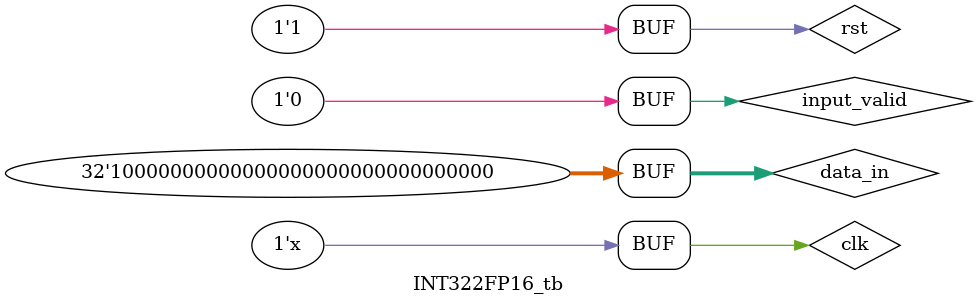
<source format=v>
`timescale 1ns / 1ps


module INT322FP16_tb(

    );
    reg [31:0]data_in;
    reg clk;
    reg input_valid;
    reg rst;
    wire output_update;
    wire [15:0]data_out;
    
    always #5 clk = ~clk;
    
    initial begin
        clk = 1;
        input_valid = 1;
        rst = 1;
        data_in = 32'b0000_0000_0000_0000_0101_0101_0101_0101;//out should be 0x7555
        #30 rst = 0;
        #10 data_in = 32'b0000_0000_0000_0000_0011_1100_0011_1100;//out should be 0x7388
        #10 data_in = 32'b1000_1111_0000_0000_0000_1111_1111_1111;//out should be 0xffff
        #10 data_in = 32'b1000_0000_0000_0000_0000_0000_0000_0000;//out should be 0x0000
        #1 input_valid = 0;
        #60 rst = 1;
        
    end
    
    INT322FP16 U1 (
    .data_i(data_in),
    .clk(clk),
    .rst(rst),
    .input_valid(input_valid),
    .data_o(data_out),
    .output_update(output_update)
    );
    
endmodule

</source>
